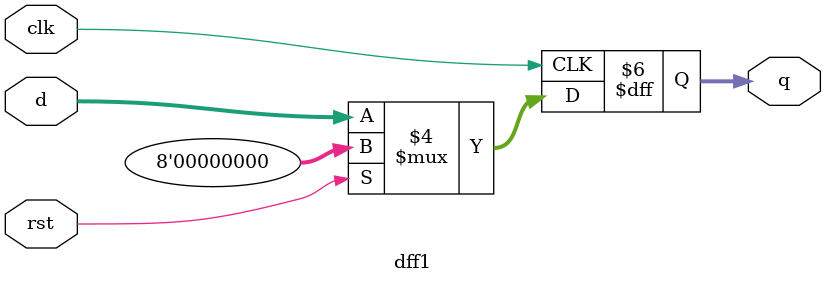
<source format=v>
module iir(x,clk,rst,y);
  input clk,rst;
  input [3:0]x;
  output [11:0]y;
  wire [7:0]p1,p2,p3,h1,y1,y2;
  wire [11:0]p4,p5,h2;
  wire [3:0]x1,x2;
  parameter b0=4'b0001;
  parameter b1=4'b0001;
  parameter b2=4'b0001;
  parameter a1=4'b0010;
  parameter a2=4'b0011;
  assign p1=x*b0;
  dff f1(x,clk,rst,x1); 
  assign p2=b1*x1;
  dff f2(x1,clk,rst,x2);
  assign p3=x2*b2;    
  assign h1=p1+p2+p3;
  dff1 f3(h1,clk,rst,y1);
  assign p4=a1*y1;
  dff1 f4(y1,clk,rst,y2);
  assign p5=a2*y2;
  assign h2=p4+p5;
  assign y=h1+h2;
   endmodule
   
module dff(d,clk,rst,q);
input [3:0]d;
input clk,rst;
output reg [3:0]q;
always@(posedge clk)
begin
 if(rst==1)
   q<=0;
 else
   q<=d;
end
 endmodule
 
module dff1(d,clk,rst,q);
input [7:0]d;
input clk,rst;
output reg [7:0]q;
always@(posedge clk)
begin
 if(rst==1)
   q<=0;
 else
   q<=d;
end
 endmodule
</source>
